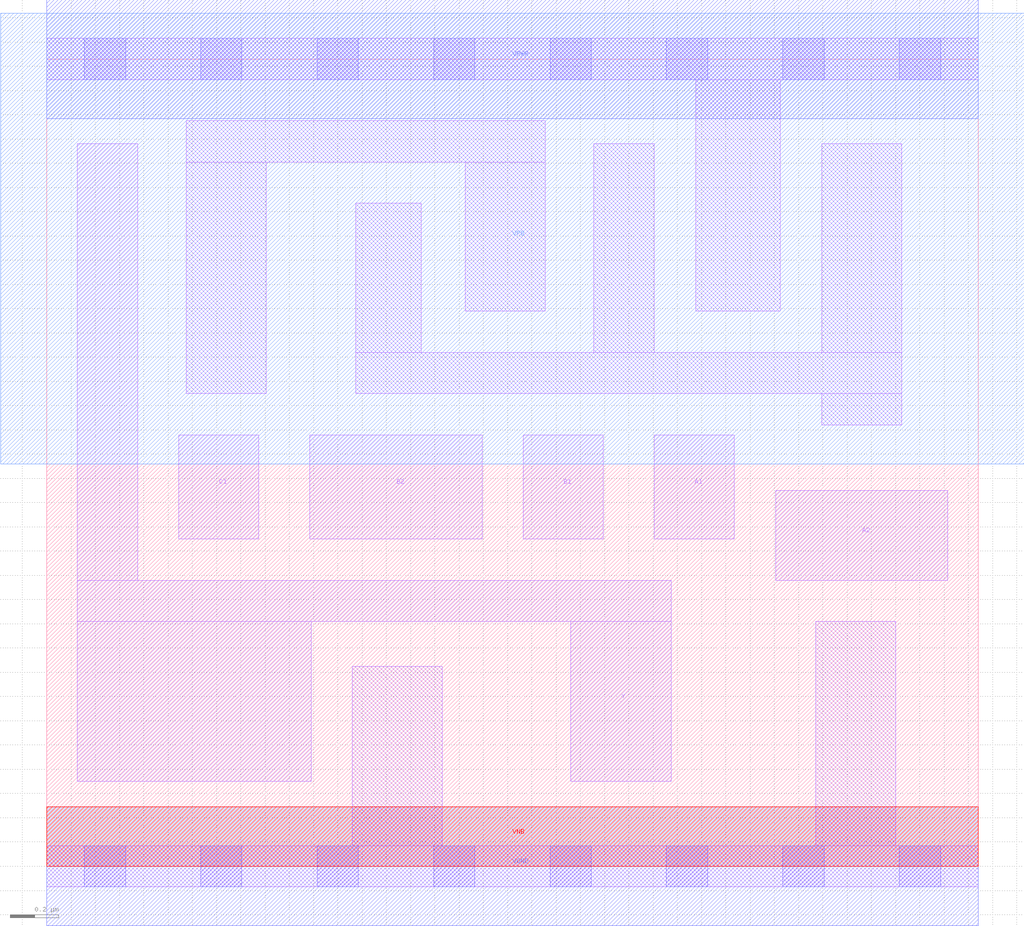
<source format=lef>
# Copyright 2020 The SkyWater PDK Authors
#
# Licensed under the Apache License, Version 2.0 (the "License");
# you may not use this file except in compliance with the License.
# You may obtain a copy of the License at
#
#     https://www.apache.org/licenses/LICENSE-2.0
#
# Unless required by applicable law or agreed to in writing, software
# distributed under the License is distributed on an "AS IS" BASIS,
# WITHOUT WARRANTIES OR CONDITIONS OF ANY KIND, either express or implied.
# See the License for the specific language governing permissions and
# limitations under the License.
#
# SPDX-License-Identifier: Apache-2.0

VERSION 5.7 ;
  NOWIREEXTENSIONATPIN ON ;
  DIVIDERCHAR "/" ;
  BUSBITCHARS "[]" ;
MACRO sky130_fd_sc_ms__a221oi_1
  CLASS CORE ;
  FOREIGN sky130_fd_sc_ms__a221oi_1 ;
  ORIGIN  0.000000  0.000000 ;
  SIZE  3.840000 BY  3.330000 ;
  SYMMETRY X Y ;
  SITE unit ;
  PIN A1
    ANTENNAGATEAREA  0.312600 ;
    DIRECTION INPUT ;
    USE SIGNAL ;
    PORT
      LAYER li1 ;
        RECT 2.505000 1.350000 2.835000 1.780000 ;
    END
  END A1
  PIN A2
    ANTENNAGATEAREA  0.312600 ;
    DIRECTION INPUT ;
    USE SIGNAL ;
    PORT
      LAYER li1 ;
        RECT 3.005000 1.180000 3.715000 1.550000 ;
    END
  END A2
  PIN B1
    ANTENNAGATEAREA  0.312600 ;
    DIRECTION INPUT ;
    USE SIGNAL ;
    PORT
      LAYER li1 ;
        RECT 1.965000 1.350000 2.295000 1.780000 ;
    END
  END B1
  PIN B2
    ANTENNAGATEAREA  0.312600 ;
    DIRECTION INPUT ;
    USE SIGNAL ;
    PORT
      LAYER li1 ;
        RECT 1.085000 1.350000 1.795000 1.780000 ;
    END
  END B2
  PIN C1
    ANTENNAGATEAREA  0.312600 ;
    DIRECTION INPUT ;
    USE SIGNAL ;
    PORT
      LAYER li1 ;
        RECT 0.545000 1.350000 0.875000 1.780000 ;
    END
  END C1
  PIN Y
    ANTENNADIFFAREA  1.160700 ;
    DIRECTION OUTPUT ;
    USE SIGNAL ;
    PORT
      LAYER li1 ;
        RECT 0.125000 0.350000 1.090000 1.010000 ;
        RECT 0.125000 1.010000 2.575000 1.180000 ;
        RECT 0.125000 1.180000 0.375000 2.980000 ;
        RECT 2.160000 0.350000 2.575000 1.010000 ;
    END
  END Y
  PIN VGND
    DIRECTION INOUT ;
    USE GROUND ;
    PORT
      LAYER met1 ;
        RECT 0.000000 -0.245000 3.840000 0.245000 ;
    END
  END VGND
  PIN VNB
    DIRECTION INOUT ;
    USE GROUND ;
    PORT
      LAYER pwell ;
        RECT 0.000000 0.000000 3.840000 0.245000 ;
    END
  END VNB
  PIN VPB
    DIRECTION INOUT ;
    USE POWER ;
    PORT
      LAYER nwell ;
        RECT -0.190000 1.660000 4.030000 3.520000 ;
    END
  END VPB
  PIN VPWR
    DIRECTION INOUT ;
    USE POWER ;
    PORT
      LAYER met1 ;
        RECT 0.000000 3.085000 3.840000 3.575000 ;
    END
  END VPWR
  OBS
    LAYER li1 ;
      RECT 0.000000 -0.085000 3.840000 0.085000 ;
      RECT 0.000000  3.245000 3.840000 3.415000 ;
      RECT 0.575000  1.950000 0.905000 2.905000 ;
      RECT 0.575000  2.905000 2.055000 3.075000 ;
      RECT 1.260000  0.085000 1.630000 0.825000 ;
      RECT 1.275000  1.950000 3.525000 2.120000 ;
      RECT 1.275000  2.120000 1.545000 2.735000 ;
      RECT 1.725000  2.290000 2.055000 2.905000 ;
      RECT 2.255000  2.120000 2.505000 2.980000 ;
      RECT 2.675000  2.290000 3.025000 3.245000 ;
      RECT 3.170000  0.085000 3.500000 1.010000 ;
      RECT 3.195000  1.820000 3.525000 1.950000 ;
      RECT 3.195000  2.120000 3.525000 2.980000 ;
    LAYER mcon ;
      RECT 0.155000 -0.085000 0.325000 0.085000 ;
      RECT 0.155000  3.245000 0.325000 3.415000 ;
      RECT 0.635000 -0.085000 0.805000 0.085000 ;
      RECT 0.635000  3.245000 0.805000 3.415000 ;
      RECT 1.115000 -0.085000 1.285000 0.085000 ;
      RECT 1.115000  3.245000 1.285000 3.415000 ;
      RECT 1.595000 -0.085000 1.765000 0.085000 ;
      RECT 1.595000  3.245000 1.765000 3.415000 ;
      RECT 2.075000 -0.085000 2.245000 0.085000 ;
      RECT 2.075000  3.245000 2.245000 3.415000 ;
      RECT 2.555000 -0.085000 2.725000 0.085000 ;
      RECT 2.555000  3.245000 2.725000 3.415000 ;
      RECT 3.035000 -0.085000 3.205000 0.085000 ;
      RECT 3.035000  3.245000 3.205000 3.415000 ;
      RECT 3.515000 -0.085000 3.685000 0.085000 ;
      RECT 3.515000  3.245000 3.685000 3.415000 ;
  END
END sky130_fd_sc_ms__a221oi_1
END LIBRARY

</source>
